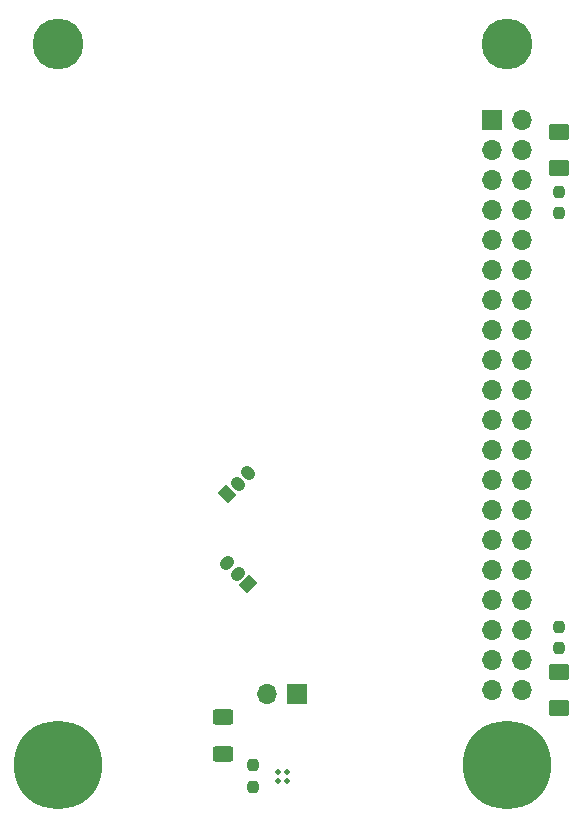
<source format=gbs>
G04 #@! TF.GenerationSoftware,KiCad,Pcbnew,(6.0.0)*
G04 #@! TF.CreationDate,2025-05-03T15:15:18+02:00*
G04 #@! TF.ProjectId,Smart Servo Control Board Rev.2,536d6172-7420-4536-9572-766f20436f6e,rev?*
G04 #@! TF.SameCoordinates,Original*
G04 #@! TF.FileFunction,Soldermask,Bot*
G04 #@! TF.FilePolarity,Negative*
%FSLAX46Y46*%
G04 Gerber Fmt 4.6, Leading zero omitted, Abs format (unit mm)*
G04 Created by KiCad (PCBNEW (6.0.0)) date 2025-05-03 15:15:18*
%MOMM*%
%LPD*%
G01*
G04 APERTURE LIST*
G04 Aperture macros list*
%AMRoundRect*
0 Rectangle with rounded corners*
0 $1 Rounding radius*
0 $2 $3 $4 $5 $6 $7 $8 $9 X,Y pos of 4 corners*
0 Add a 4 corners polygon primitive as box body*
4,1,4,$2,$3,$4,$5,$6,$7,$8,$9,$2,$3,0*
0 Add four circle primitives for the rounded corners*
1,1,$1+$1,$2,$3*
1,1,$1+$1,$4,$5*
1,1,$1+$1,$6,$7*
1,1,$1+$1,$8,$9*
0 Add four rect primitives between the rounded corners*
20,1,$1+$1,$2,$3,$4,$5,0*
20,1,$1+$1,$4,$5,$6,$7,0*
20,1,$1+$1,$6,$7,$8,$9,0*
20,1,$1+$1,$8,$9,$2,$3,0*%
%AMHorizOval*
0 Thick line with rounded ends*
0 $1 width*
0 $2 $3 position (X,Y) of the first rounded end (center of the circle)*
0 $4 $5 position (X,Y) of the second rounded end (center of the circle)*
0 Add line between two ends*
20,1,$1,$2,$3,$4,$5,0*
0 Add two circle primitives to create the rounded ends*
1,1,$1,$2,$3*
1,1,$1,$4,$5*%
%AMRotRect*
0 Rectangle, with rotation*
0 The origin of the aperture is its center*
0 $1 length*
0 $2 width*
0 $3 Rotation angle, in degrees counterclockwise*
0 Add horizontal line*
21,1,$1,$2,0,0,$3*%
G04 Aperture macros list end*
%ADD10C,4.300000*%
%ADD11RotRect,1.050000X1.300000X45.000000*%
%ADD12HorizOval,1.050000X-0.088388X0.088388X0.088388X-0.088388X0*%
%ADD13R,1.700000X1.700000*%
%ADD14O,1.700000X1.700000*%
%ADD15RotRect,1.050000X1.300000X135.000000*%
%ADD16HorizOval,1.050000X0.088388X0.088388X-0.088388X-0.088388X0*%
%ADD17C,7.500000*%
%ADD18C,4.700000*%
%ADD19C,0.508000*%
%ADD20RoundRect,0.237500X-0.237500X0.250000X-0.237500X-0.250000X0.237500X-0.250000X0.237500X0.250000X0*%
%ADD21RoundRect,0.237500X0.237500X-0.250000X0.237500X0.250000X-0.237500X0.250000X-0.237500X-0.250000X0*%
%ADD22RoundRect,0.250001X0.624999X-0.462499X0.624999X0.462499X-0.624999X0.462499X-0.624999X-0.462499X0*%
%ADD23RoundRect,0.250000X-0.625000X0.400000X-0.625000X-0.400000X0.625000X-0.400000X0.625000X0.400000X0*%
G04 APERTURE END LIST*
D10*
X157032520Y-42043428D03*
D11*
X171324494Y-80131454D03*
D12*
X172222520Y-79233428D03*
X173120545Y-78335403D03*
D13*
X177282520Y-97038428D03*
D14*
X174742520Y-97038428D03*
D15*
X173120546Y-87751454D03*
D16*
X172222520Y-86853428D03*
X171324495Y-85955403D03*
D17*
X195032520Y-103043428D03*
D18*
X195032520Y-103043428D03*
X157032520Y-103043428D03*
D17*
X157032520Y-103043428D03*
D19*
X175638820Y-104392128D03*
X176426220Y-103604728D03*
X175638820Y-103604728D03*
X176426220Y-104392128D03*
D10*
X195032520Y-42043428D03*
D20*
X199457520Y-54515928D03*
X199457520Y-56340928D03*
D13*
X193742520Y-48443428D03*
D14*
X196282520Y-48443428D03*
X193742520Y-50983428D03*
X196282520Y-50983428D03*
X193742520Y-53523428D03*
X196282520Y-53523428D03*
X193742520Y-56063428D03*
X196282520Y-56063428D03*
X193742520Y-58603428D03*
X196282520Y-58603428D03*
X193742520Y-61143428D03*
X196282520Y-61143428D03*
X193742520Y-63683428D03*
X196282520Y-63683428D03*
X193742520Y-66223428D03*
X196282520Y-66223428D03*
X193742520Y-68763428D03*
X196282520Y-68763428D03*
X193742520Y-71303428D03*
X196282520Y-71303428D03*
X193742520Y-73843428D03*
X196282520Y-73843428D03*
X193742520Y-76383428D03*
X196282520Y-76383428D03*
X193742520Y-78923428D03*
X196282520Y-78923428D03*
X193742520Y-81463428D03*
X196282520Y-81463428D03*
X193742520Y-84003428D03*
X196282520Y-84003428D03*
X193742520Y-86543428D03*
X196282520Y-86543428D03*
X193742520Y-89083428D03*
X196282520Y-89083428D03*
X193742520Y-91623428D03*
X196282520Y-91623428D03*
X193742520Y-94163428D03*
X196282520Y-94163428D03*
X193742520Y-96703428D03*
X196282520Y-96703428D03*
D21*
X199457520Y-93170928D03*
X199457520Y-91345928D03*
D22*
X199457520Y-52470928D03*
X199457520Y-49495928D03*
D20*
X173492520Y-103085928D03*
X173492520Y-104910928D03*
D22*
X199457520Y-98190928D03*
X199457520Y-95215928D03*
D23*
X170952520Y-99019428D03*
X170952520Y-102119428D03*
M02*

</source>
